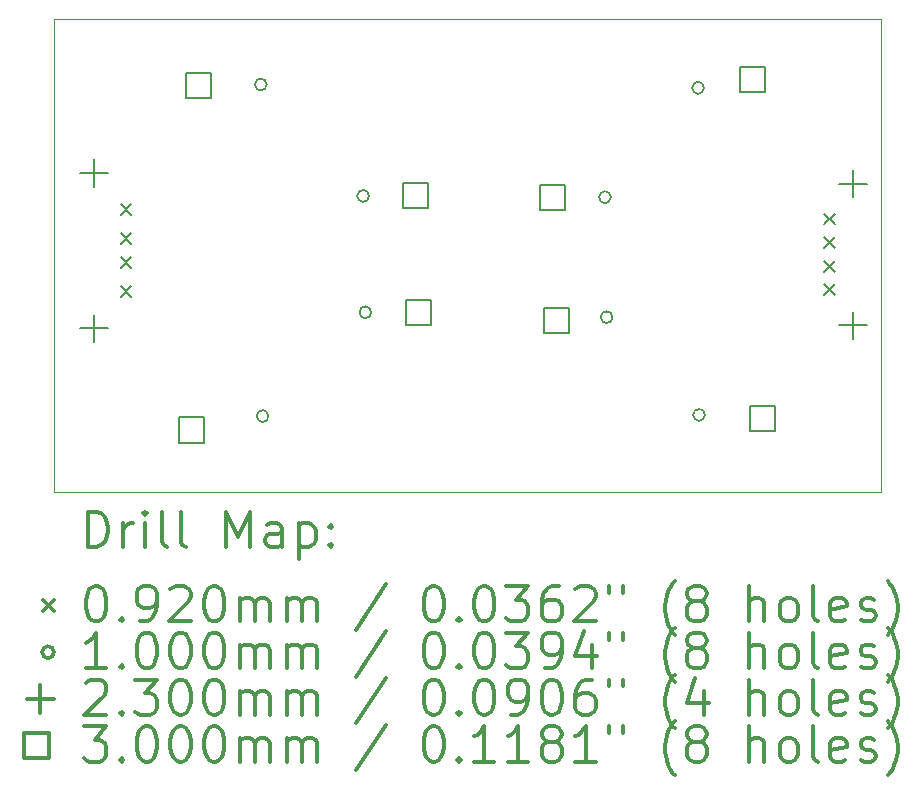
<source format=gbr>
%FSLAX45Y45*%
G04 Gerber Fmt 4.5, Leading zero omitted, Abs format (unit mm)*
G04 Created by KiCad (PCBNEW 5.1.10-88a1d61d58~88~ubuntu20.04.1) date 2021-05-09 22:43:31*
%MOMM*%
%LPD*%
G01*
G04 APERTURE LIST*
%TA.AperFunction,Profile*%
%ADD10C,0.050000*%
%TD*%
%ADD11C,0.200000*%
%ADD12C,0.300000*%
G04 APERTURE END LIST*
D10*
X18000000Y-8000000D02*
X11000000Y-8000000D01*
X18000000Y-12000000D02*
X18000000Y-8000000D01*
X11000000Y-12000000D02*
X18000000Y-12000000D01*
X11000000Y-8000000D02*
X11000000Y-12000000D01*
D11*
X11561000Y-9562000D02*
X11653000Y-9654000D01*
X11653000Y-9562000D02*
X11561000Y-9654000D01*
X11561000Y-9812000D02*
X11653000Y-9904000D01*
X11653000Y-9812000D02*
X11561000Y-9904000D01*
X11561000Y-10012000D02*
X11653000Y-10104000D01*
X11653000Y-10012000D02*
X11561000Y-10104000D01*
X11561000Y-10262000D02*
X11653000Y-10354000D01*
X11653000Y-10262000D02*
X11561000Y-10354000D01*
X17517000Y-9645000D02*
X17609000Y-9737000D01*
X17609000Y-9645000D02*
X17517000Y-9737000D01*
X17517000Y-9845000D02*
X17609000Y-9937000D01*
X17609000Y-9845000D02*
X17517000Y-9937000D01*
X17517000Y-10045000D02*
X17609000Y-10137000D01*
X17609000Y-10045000D02*
X17517000Y-10137000D01*
X17517000Y-10245000D02*
X17609000Y-10337000D01*
X17609000Y-10245000D02*
X17517000Y-10337000D01*
X12799000Y-8552000D02*
G75*
G03*
X12799000Y-8552000I-50000J0D01*
G01*
X12814000Y-11359000D02*
G75*
G03*
X12814000Y-11359000I-50000J0D01*
G01*
X13665000Y-9495000D02*
G75*
G03*
X13665000Y-9495000I-50000J0D01*
G01*
X13684000Y-10481000D02*
G75*
G03*
X13684000Y-10481000I-50000J0D01*
G01*
X15712000Y-9506000D02*
G75*
G03*
X15712000Y-9506000I-50000J0D01*
G01*
X15727000Y-10522000D02*
G75*
G03*
X15727000Y-10522000I-50000J0D01*
G01*
X16501000Y-8580000D02*
G75*
G03*
X16501000Y-8580000I-50000J0D01*
G01*
X16509000Y-11349000D02*
G75*
G03*
X16509000Y-11349000I-50000J0D01*
G01*
X11336000Y-9186000D02*
X11336000Y-9416000D01*
X11221000Y-9301000D02*
X11451000Y-9301000D01*
X11336000Y-10500000D02*
X11336000Y-10730000D01*
X11221000Y-10615000D02*
X11451000Y-10615000D01*
X17763000Y-9276000D02*
X17763000Y-9506000D01*
X17648000Y-9391000D02*
X17878000Y-9391000D01*
X17763000Y-10476000D02*
X17763000Y-10706000D01*
X17648000Y-10591000D02*
X17878000Y-10591000D01*
X12271067Y-11583067D02*
X12271067Y-11370933D01*
X12058933Y-11370933D01*
X12058933Y-11583067D01*
X12271067Y-11583067D01*
X12328067Y-8663067D02*
X12328067Y-8450933D01*
X12115933Y-8450933D01*
X12115933Y-8663067D01*
X12328067Y-8663067D01*
X14168067Y-9601067D02*
X14168067Y-9388933D01*
X13955933Y-9388933D01*
X13955933Y-9601067D01*
X14168067Y-9601067D01*
X14186067Y-10591067D02*
X14186067Y-10378933D01*
X13973933Y-10378933D01*
X13973933Y-10591067D01*
X14186067Y-10591067D01*
X15323067Y-9617067D02*
X15323067Y-9404933D01*
X15110933Y-9404933D01*
X15110933Y-9617067D01*
X15323067Y-9617067D01*
X15355067Y-10654067D02*
X15355067Y-10441933D01*
X15142933Y-10441933D01*
X15142933Y-10654067D01*
X15355067Y-10654067D01*
X17017067Y-8619067D02*
X17017067Y-8406933D01*
X16804933Y-8406933D01*
X16804933Y-8619067D01*
X17017067Y-8619067D01*
X17106067Y-11488067D02*
X17106067Y-11275933D01*
X16893933Y-11275933D01*
X16893933Y-11488067D01*
X17106067Y-11488067D01*
D12*
X11283928Y-12468214D02*
X11283928Y-12168214D01*
X11355357Y-12168214D01*
X11398214Y-12182500D01*
X11426786Y-12211071D01*
X11441071Y-12239643D01*
X11455357Y-12296786D01*
X11455357Y-12339643D01*
X11441071Y-12396786D01*
X11426786Y-12425357D01*
X11398214Y-12453929D01*
X11355357Y-12468214D01*
X11283928Y-12468214D01*
X11583928Y-12468214D02*
X11583928Y-12268214D01*
X11583928Y-12325357D02*
X11598214Y-12296786D01*
X11612500Y-12282500D01*
X11641071Y-12268214D01*
X11669643Y-12268214D01*
X11769643Y-12468214D02*
X11769643Y-12268214D01*
X11769643Y-12168214D02*
X11755357Y-12182500D01*
X11769643Y-12196786D01*
X11783928Y-12182500D01*
X11769643Y-12168214D01*
X11769643Y-12196786D01*
X11955357Y-12468214D02*
X11926786Y-12453929D01*
X11912500Y-12425357D01*
X11912500Y-12168214D01*
X12112500Y-12468214D02*
X12083928Y-12453929D01*
X12069643Y-12425357D01*
X12069643Y-12168214D01*
X12455357Y-12468214D02*
X12455357Y-12168214D01*
X12555357Y-12382500D01*
X12655357Y-12168214D01*
X12655357Y-12468214D01*
X12926786Y-12468214D02*
X12926786Y-12311071D01*
X12912500Y-12282500D01*
X12883928Y-12268214D01*
X12826786Y-12268214D01*
X12798214Y-12282500D01*
X12926786Y-12453929D02*
X12898214Y-12468214D01*
X12826786Y-12468214D01*
X12798214Y-12453929D01*
X12783928Y-12425357D01*
X12783928Y-12396786D01*
X12798214Y-12368214D01*
X12826786Y-12353929D01*
X12898214Y-12353929D01*
X12926786Y-12339643D01*
X13069643Y-12268214D02*
X13069643Y-12568214D01*
X13069643Y-12282500D02*
X13098214Y-12268214D01*
X13155357Y-12268214D01*
X13183928Y-12282500D01*
X13198214Y-12296786D01*
X13212500Y-12325357D01*
X13212500Y-12411071D01*
X13198214Y-12439643D01*
X13183928Y-12453929D01*
X13155357Y-12468214D01*
X13098214Y-12468214D01*
X13069643Y-12453929D01*
X13341071Y-12439643D02*
X13355357Y-12453929D01*
X13341071Y-12468214D01*
X13326786Y-12453929D01*
X13341071Y-12439643D01*
X13341071Y-12468214D01*
X13341071Y-12282500D02*
X13355357Y-12296786D01*
X13341071Y-12311071D01*
X13326786Y-12296786D01*
X13341071Y-12282500D01*
X13341071Y-12311071D01*
X10905500Y-12916500D02*
X10997500Y-13008500D01*
X10997500Y-12916500D02*
X10905500Y-13008500D01*
X11341071Y-12798214D02*
X11369643Y-12798214D01*
X11398214Y-12812500D01*
X11412500Y-12826786D01*
X11426786Y-12855357D01*
X11441071Y-12912500D01*
X11441071Y-12983929D01*
X11426786Y-13041071D01*
X11412500Y-13069643D01*
X11398214Y-13083929D01*
X11369643Y-13098214D01*
X11341071Y-13098214D01*
X11312500Y-13083929D01*
X11298214Y-13069643D01*
X11283928Y-13041071D01*
X11269643Y-12983929D01*
X11269643Y-12912500D01*
X11283928Y-12855357D01*
X11298214Y-12826786D01*
X11312500Y-12812500D01*
X11341071Y-12798214D01*
X11569643Y-13069643D02*
X11583928Y-13083929D01*
X11569643Y-13098214D01*
X11555357Y-13083929D01*
X11569643Y-13069643D01*
X11569643Y-13098214D01*
X11726786Y-13098214D02*
X11783928Y-13098214D01*
X11812500Y-13083929D01*
X11826786Y-13069643D01*
X11855357Y-13026786D01*
X11869643Y-12969643D01*
X11869643Y-12855357D01*
X11855357Y-12826786D01*
X11841071Y-12812500D01*
X11812500Y-12798214D01*
X11755357Y-12798214D01*
X11726786Y-12812500D01*
X11712500Y-12826786D01*
X11698214Y-12855357D01*
X11698214Y-12926786D01*
X11712500Y-12955357D01*
X11726786Y-12969643D01*
X11755357Y-12983929D01*
X11812500Y-12983929D01*
X11841071Y-12969643D01*
X11855357Y-12955357D01*
X11869643Y-12926786D01*
X11983928Y-12826786D02*
X11998214Y-12812500D01*
X12026786Y-12798214D01*
X12098214Y-12798214D01*
X12126786Y-12812500D01*
X12141071Y-12826786D01*
X12155357Y-12855357D01*
X12155357Y-12883929D01*
X12141071Y-12926786D01*
X11969643Y-13098214D01*
X12155357Y-13098214D01*
X12341071Y-12798214D02*
X12369643Y-12798214D01*
X12398214Y-12812500D01*
X12412500Y-12826786D01*
X12426786Y-12855357D01*
X12441071Y-12912500D01*
X12441071Y-12983929D01*
X12426786Y-13041071D01*
X12412500Y-13069643D01*
X12398214Y-13083929D01*
X12369643Y-13098214D01*
X12341071Y-13098214D01*
X12312500Y-13083929D01*
X12298214Y-13069643D01*
X12283928Y-13041071D01*
X12269643Y-12983929D01*
X12269643Y-12912500D01*
X12283928Y-12855357D01*
X12298214Y-12826786D01*
X12312500Y-12812500D01*
X12341071Y-12798214D01*
X12569643Y-13098214D02*
X12569643Y-12898214D01*
X12569643Y-12926786D02*
X12583928Y-12912500D01*
X12612500Y-12898214D01*
X12655357Y-12898214D01*
X12683928Y-12912500D01*
X12698214Y-12941071D01*
X12698214Y-13098214D01*
X12698214Y-12941071D02*
X12712500Y-12912500D01*
X12741071Y-12898214D01*
X12783928Y-12898214D01*
X12812500Y-12912500D01*
X12826786Y-12941071D01*
X12826786Y-13098214D01*
X12969643Y-13098214D02*
X12969643Y-12898214D01*
X12969643Y-12926786D02*
X12983928Y-12912500D01*
X13012500Y-12898214D01*
X13055357Y-12898214D01*
X13083928Y-12912500D01*
X13098214Y-12941071D01*
X13098214Y-13098214D01*
X13098214Y-12941071D02*
X13112500Y-12912500D01*
X13141071Y-12898214D01*
X13183928Y-12898214D01*
X13212500Y-12912500D01*
X13226786Y-12941071D01*
X13226786Y-13098214D01*
X13812500Y-12783929D02*
X13555357Y-13169643D01*
X14198214Y-12798214D02*
X14226786Y-12798214D01*
X14255357Y-12812500D01*
X14269643Y-12826786D01*
X14283928Y-12855357D01*
X14298214Y-12912500D01*
X14298214Y-12983929D01*
X14283928Y-13041071D01*
X14269643Y-13069643D01*
X14255357Y-13083929D01*
X14226786Y-13098214D01*
X14198214Y-13098214D01*
X14169643Y-13083929D01*
X14155357Y-13069643D01*
X14141071Y-13041071D01*
X14126786Y-12983929D01*
X14126786Y-12912500D01*
X14141071Y-12855357D01*
X14155357Y-12826786D01*
X14169643Y-12812500D01*
X14198214Y-12798214D01*
X14426786Y-13069643D02*
X14441071Y-13083929D01*
X14426786Y-13098214D01*
X14412500Y-13083929D01*
X14426786Y-13069643D01*
X14426786Y-13098214D01*
X14626786Y-12798214D02*
X14655357Y-12798214D01*
X14683928Y-12812500D01*
X14698214Y-12826786D01*
X14712500Y-12855357D01*
X14726786Y-12912500D01*
X14726786Y-12983929D01*
X14712500Y-13041071D01*
X14698214Y-13069643D01*
X14683928Y-13083929D01*
X14655357Y-13098214D01*
X14626786Y-13098214D01*
X14598214Y-13083929D01*
X14583928Y-13069643D01*
X14569643Y-13041071D01*
X14555357Y-12983929D01*
X14555357Y-12912500D01*
X14569643Y-12855357D01*
X14583928Y-12826786D01*
X14598214Y-12812500D01*
X14626786Y-12798214D01*
X14826786Y-12798214D02*
X15012500Y-12798214D01*
X14912500Y-12912500D01*
X14955357Y-12912500D01*
X14983928Y-12926786D01*
X14998214Y-12941071D01*
X15012500Y-12969643D01*
X15012500Y-13041071D01*
X14998214Y-13069643D01*
X14983928Y-13083929D01*
X14955357Y-13098214D01*
X14869643Y-13098214D01*
X14841071Y-13083929D01*
X14826786Y-13069643D01*
X15269643Y-12798214D02*
X15212500Y-12798214D01*
X15183928Y-12812500D01*
X15169643Y-12826786D01*
X15141071Y-12869643D01*
X15126786Y-12926786D01*
X15126786Y-13041071D01*
X15141071Y-13069643D01*
X15155357Y-13083929D01*
X15183928Y-13098214D01*
X15241071Y-13098214D01*
X15269643Y-13083929D01*
X15283928Y-13069643D01*
X15298214Y-13041071D01*
X15298214Y-12969643D01*
X15283928Y-12941071D01*
X15269643Y-12926786D01*
X15241071Y-12912500D01*
X15183928Y-12912500D01*
X15155357Y-12926786D01*
X15141071Y-12941071D01*
X15126786Y-12969643D01*
X15412500Y-12826786D02*
X15426786Y-12812500D01*
X15455357Y-12798214D01*
X15526786Y-12798214D01*
X15555357Y-12812500D01*
X15569643Y-12826786D01*
X15583928Y-12855357D01*
X15583928Y-12883929D01*
X15569643Y-12926786D01*
X15398214Y-13098214D01*
X15583928Y-13098214D01*
X15698214Y-12798214D02*
X15698214Y-12855357D01*
X15812500Y-12798214D02*
X15812500Y-12855357D01*
X16255357Y-13212500D02*
X16241071Y-13198214D01*
X16212500Y-13155357D01*
X16198214Y-13126786D01*
X16183928Y-13083929D01*
X16169643Y-13012500D01*
X16169643Y-12955357D01*
X16183928Y-12883929D01*
X16198214Y-12841071D01*
X16212500Y-12812500D01*
X16241071Y-12769643D01*
X16255357Y-12755357D01*
X16412500Y-12926786D02*
X16383928Y-12912500D01*
X16369643Y-12898214D01*
X16355357Y-12869643D01*
X16355357Y-12855357D01*
X16369643Y-12826786D01*
X16383928Y-12812500D01*
X16412500Y-12798214D01*
X16469643Y-12798214D01*
X16498214Y-12812500D01*
X16512500Y-12826786D01*
X16526786Y-12855357D01*
X16526786Y-12869643D01*
X16512500Y-12898214D01*
X16498214Y-12912500D01*
X16469643Y-12926786D01*
X16412500Y-12926786D01*
X16383928Y-12941071D01*
X16369643Y-12955357D01*
X16355357Y-12983929D01*
X16355357Y-13041071D01*
X16369643Y-13069643D01*
X16383928Y-13083929D01*
X16412500Y-13098214D01*
X16469643Y-13098214D01*
X16498214Y-13083929D01*
X16512500Y-13069643D01*
X16526786Y-13041071D01*
X16526786Y-12983929D01*
X16512500Y-12955357D01*
X16498214Y-12941071D01*
X16469643Y-12926786D01*
X16883928Y-13098214D02*
X16883928Y-12798214D01*
X17012500Y-13098214D02*
X17012500Y-12941071D01*
X16998214Y-12912500D01*
X16969643Y-12898214D01*
X16926786Y-12898214D01*
X16898214Y-12912500D01*
X16883928Y-12926786D01*
X17198214Y-13098214D02*
X17169643Y-13083929D01*
X17155357Y-13069643D01*
X17141071Y-13041071D01*
X17141071Y-12955357D01*
X17155357Y-12926786D01*
X17169643Y-12912500D01*
X17198214Y-12898214D01*
X17241071Y-12898214D01*
X17269643Y-12912500D01*
X17283928Y-12926786D01*
X17298214Y-12955357D01*
X17298214Y-13041071D01*
X17283928Y-13069643D01*
X17269643Y-13083929D01*
X17241071Y-13098214D01*
X17198214Y-13098214D01*
X17469643Y-13098214D02*
X17441071Y-13083929D01*
X17426786Y-13055357D01*
X17426786Y-12798214D01*
X17698214Y-13083929D02*
X17669643Y-13098214D01*
X17612500Y-13098214D01*
X17583928Y-13083929D01*
X17569643Y-13055357D01*
X17569643Y-12941071D01*
X17583928Y-12912500D01*
X17612500Y-12898214D01*
X17669643Y-12898214D01*
X17698214Y-12912500D01*
X17712500Y-12941071D01*
X17712500Y-12969643D01*
X17569643Y-12998214D01*
X17826786Y-13083929D02*
X17855357Y-13098214D01*
X17912500Y-13098214D01*
X17941071Y-13083929D01*
X17955357Y-13055357D01*
X17955357Y-13041071D01*
X17941071Y-13012500D01*
X17912500Y-12998214D01*
X17869643Y-12998214D01*
X17841071Y-12983929D01*
X17826786Y-12955357D01*
X17826786Y-12941071D01*
X17841071Y-12912500D01*
X17869643Y-12898214D01*
X17912500Y-12898214D01*
X17941071Y-12912500D01*
X18055357Y-13212500D02*
X18069643Y-13198214D01*
X18098214Y-13155357D01*
X18112500Y-13126786D01*
X18126786Y-13083929D01*
X18141071Y-13012500D01*
X18141071Y-12955357D01*
X18126786Y-12883929D01*
X18112500Y-12841071D01*
X18098214Y-12812500D01*
X18069643Y-12769643D01*
X18055357Y-12755357D01*
X10997500Y-13358500D02*
G75*
G03*
X10997500Y-13358500I-50000J0D01*
G01*
X11441071Y-13494214D02*
X11269643Y-13494214D01*
X11355357Y-13494214D02*
X11355357Y-13194214D01*
X11326786Y-13237071D01*
X11298214Y-13265643D01*
X11269643Y-13279929D01*
X11569643Y-13465643D02*
X11583928Y-13479929D01*
X11569643Y-13494214D01*
X11555357Y-13479929D01*
X11569643Y-13465643D01*
X11569643Y-13494214D01*
X11769643Y-13194214D02*
X11798214Y-13194214D01*
X11826786Y-13208500D01*
X11841071Y-13222786D01*
X11855357Y-13251357D01*
X11869643Y-13308500D01*
X11869643Y-13379929D01*
X11855357Y-13437071D01*
X11841071Y-13465643D01*
X11826786Y-13479929D01*
X11798214Y-13494214D01*
X11769643Y-13494214D01*
X11741071Y-13479929D01*
X11726786Y-13465643D01*
X11712500Y-13437071D01*
X11698214Y-13379929D01*
X11698214Y-13308500D01*
X11712500Y-13251357D01*
X11726786Y-13222786D01*
X11741071Y-13208500D01*
X11769643Y-13194214D01*
X12055357Y-13194214D02*
X12083928Y-13194214D01*
X12112500Y-13208500D01*
X12126786Y-13222786D01*
X12141071Y-13251357D01*
X12155357Y-13308500D01*
X12155357Y-13379929D01*
X12141071Y-13437071D01*
X12126786Y-13465643D01*
X12112500Y-13479929D01*
X12083928Y-13494214D01*
X12055357Y-13494214D01*
X12026786Y-13479929D01*
X12012500Y-13465643D01*
X11998214Y-13437071D01*
X11983928Y-13379929D01*
X11983928Y-13308500D01*
X11998214Y-13251357D01*
X12012500Y-13222786D01*
X12026786Y-13208500D01*
X12055357Y-13194214D01*
X12341071Y-13194214D02*
X12369643Y-13194214D01*
X12398214Y-13208500D01*
X12412500Y-13222786D01*
X12426786Y-13251357D01*
X12441071Y-13308500D01*
X12441071Y-13379929D01*
X12426786Y-13437071D01*
X12412500Y-13465643D01*
X12398214Y-13479929D01*
X12369643Y-13494214D01*
X12341071Y-13494214D01*
X12312500Y-13479929D01*
X12298214Y-13465643D01*
X12283928Y-13437071D01*
X12269643Y-13379929D01*
X12269643Y-13308500D01*
X12283928Y-13251357D01*
X12298214Y-13222786D01*
X12312500Y-13208500D01*
X12341071Y-13194214D01*
X12569643Y-13494214D02*
X12569643Y-13294214D01*
X12569643Y-13322786D02*
X12583928Y-13308500D01*
X12612500Y-13294214D01*
X12655357Y-13294214D01*
X12683928Y-13308500D01*
X12698214Y-13337071D01*
X12698214Y-13494214D01*
X12698214Y-13337071D02*
X12712500Y-13308500D01*
X12741071Y-13294214D01*
X12783928Y-13294214D01*
X12812500Y-13308500D01*
X12826786Y-13337071D01*
X12826786Y-13494214D01*
X12969643Y-13494214D02*
X12969643Y-13294214D01*
X12969643Y-13322786D02*
X12983928Y-13308500D01*
X13012500Y-13294214D01*
X13055357Y-13294214D01*
X13083928Y-13308500D01*
X13098214Y-13337071D01*
X13098214Y-13494214D01*
X13098214Y-13337071D02*
X13112500Y-13308500D01*
X13141071Y-13294214D01*
X13183928Y-13294214D01*
X13212500Y-13308500D01*
X13226786Y-13337071D01*
X13226786Y-13494214D01*
X13812500Y-13179929D02*
X13555357Y-13565643D01*
X14198214Y-13194214D02*
X14226786Y-13194214D01*
X14255357Y-13208500D01*
X14269643Y-13222786D01*
X14283928Y-13251357D01*
X14298214Y-13308500D01*
X14298214Y-13379929D01*
X14283928Y-13437071D01*
X14269643Y-13465643D01*
X14255357Y-13479929D01*
X14226786Y-13494214D01*
X14198214Y-13494214D01*
X14169643Y-13479929D01*
X14155357Y-13465643D01*
X14141071Y-13437071D01*
X14126786Y-13379929D01*
X14126786Y-13308500D01*
X14141071Y-13251357D01*
X14155357Y-13222786D01*
X14169643Y-13208500D01*
X14198214Y-13194214D01*
X14426786Y-13465643D02*
X14441071Y-13479929D01*
X14426786Y-13494214D01*
X14412500Y-13479929D01*
X14426786Y-13465643D01*
X14426786Y-13494214D01*
X14626786Y-13194214D02*
X14655357Y-13194214D01*
X14683928Y-13208500D01*
X14698214Y-13222786D01*
X14712500Y-13251357D01*
X14726786Y-13308500D01*
X14726786Y-13379929D01*
X14712500Y-13437071D01*
X14698214Y-13465643D01*
X14683928Y-13479929D01*
X14655357Y-13494214D01*
X14626786Y-13494214D01*
X14598214Y-13479929D01*
X14583928Y-13465643D01*
X14569643Y-13437071D01*
X14555357Y-13379929D01*
X14555357Y-13308500D01*
X14569643Y-13251357D01*
X14583928Y-13222786D01*
X14598214Y-13208500D01*
X14626786Y-13194214D01*
X14826786Y-13194214D02*
X15012500Y-13194214D01*
X14912500Y-13308500D01*
X14955357Y-13308500D01*
X14983928Y-13322786D01*
X14998214Y-13337071D01*
X15012500Y-13365643D01*
X15012500Y-13437071D01*
X14998214Y-13465643D01*
X14983928Y-13479929D01*
X14955357Y-13494214D01*
X14869643Y-13494214D01*
X14841071Y-13479929D01*
X14826786Y-13465643D01*
X15155357Y-13494214D02*
X15212500Y-13494214D01*
X15241071Y-13479929D01*
X15255357Y-13465643D01*
X15283928Y-13422786D01*
X15298214Y-13365643D01*
X15298214Y-13251357D01*
X15283928Y-13222786D01*
X15269643Y-13208500D01*
X15241071Y-13194214D01*
X15183928Y-13194214D01*
X15155357Y-13208500D01*
X15141071Y-13222786D01*
X15126786Y-13251357D01*
X15126786Y-13322786D01*
X15141071Y-13351357D01*
X15155357Y-13365643D01*
X15183928Y-13379929D01*
X15241071Y-13379929D01*
X15269643Y-13365643D01*
X15283928Y-13351357D01*
X15298214Y-13322786D01*
X15555357Y-13294214D02*
X15555357Y-13494214D01*
X15483928Y-13179929D02*
X15412500Y-13394214D01*
X15598214Y-13394214D01*
X15698214Y-13194214D02*
X15698214Y-13251357D01*
X15812500Y-13194214D02*
X15812500Y-13251357D01*
X16255357Y-13608500D02*
X16241071Y-13594214D01*
X16212500Y-13551357D01*
X16198214Y-13522786D01*
X16183928Y-13479929D01*
X16169643Y-13408500D01*
X16169643Y-13351357D01*
X16183928Y-13279929D01*
X16198214Y-13237071D01*
X16212500Y-13208500D01*
X16241071Y-13165643D01*
X16255357Y-13151357D01*
X16412500Y-13322786D02*
X16383928Y-13308500D01*
X16369643Y-13294214D01*
X16355357Y-13265643D01*
X16355357Y-13251357D01*
X16369643Y-13222786D01*
X16383928Y-13208500D01*
X16412500Y-13194214D01*
X16469643Y-13194214D01*
X16498214Y-13208500D01*
X16512500Y-13222786D01*
X16526786Y-13251357D01*
X16526786Y-13265643D01*
X16512500Y-13294214D01*
X16498214Y-13308500D01*
X16469643Y-13322786D01*
X16412500Y-13322786D01*
X16383928Y-13337071D01*
X16369643Y-13351357D01*
X16355357Y-13379929D01*
X16355357Y-13437071D01*
X16369643Y-13465643D01*
X16383928Y-13479929D01*
X16412500Y-13494214D01*
X16469643Y-13494214D01*
X16498214Y-13479929D01*
X16512500Y-13465643D01*
X16526786Y-13437071D01*
X16526786Y-13379929D01*
X16512500Y-13351357D01*
X16498214Y-13337071D01*
X16469643Y-13322786D01*
X16883928Y-13494214D02*
X16883928Y-13194214D01*
X17012500Y-13494214D02*
X17012500Y-13337071D01*
X16998214Y-13308500D01*
X16969643Y-13294214D01*
X16926786Y-13294214D01*
X16898214Y-13308500D01*
X16883928Y-13322786D01*
X17198214Y-13494214D02*
X17169643Y-13479929D01*
X17155357Y-13465643D01*
X17141071Y-13437071D01*
X17141071Y-13351357D01*
X17155357Y-13322786D01*
X17169643Y-13308500D01*
X17198214Y-13294214D01*
X17241071Y-13294214D01*
X17269643Y-13308500D01*
X17283928Y-13322786D01*
X17298214Y-13351357D01*
X17298214Y-13437071D01*
X17283928Y-13465643D01*
X17269643Y-13479929D01*
X17241071Y-13494214D01*
X17198214Y-13494214D01*
X17469643Y-13494214D02*
X17441071Y-13479929D01*
X17426786Y-13451357D01*
X17426786Y-13194214D01*
X17698214Y-13479929D02*
X17669643Y-13494214D01*
X17612500Y-13494214D01*
X17583928Y-13479929D01*
X17569643Y-13451357D01*
X17569643Y-13337071D01*
X17583928Y-13308500D01*
X17612500Y-13294214D01*
X17669643Y-13294214D01*
X17698214Y-13308500D01*
X17712500Y-13337071D01*
X17712500Y-13365643D01*
X17569643Y-13394214D01*
X17826786Y-13479929D02*
X17855357Y-13494214D01*
X17912500Y-13494214D01*
X17941071Y-13479929D01*
X17955357Y-13451357D01*
X17955357Y-13437071D01*
X17941071Y-13408500D01*
X17912500Y-13394214D01*
X17869643Y-13394214D01*
X17841071Y-13379929D01*
X17826786Y-13351357D01*
X17826786Y-13337071D01*
X17841071Y-13308500D01*
X17869643Y-13294214D01*
X17912500Y-13294214D01*
X17941071Y-13308500D01*
X18055357Y-13608500D02*
X18069643Y-13594214D01*
X18098214Y-13551357D01*
X18112500Y-13522786D01*
X18126786Y-13479929D01*
X18141071Y-13408500D01*
X18141071Y-13351357D01*
X18126786Y-13279929D01*
X18112500Y-13237071D01*
X18098214Y-13208500D01*
X18069643Y-13165643D01*
X18055357Y-13151357D01*
X10882500Y-13639500D02*
X10882500Y-13869500D01*
X10767500Y-13754500D02*
X10997500Y-13754500D01*
X11269643Y-13618786D02*
X11283928Y-13604500D01*
X11312500Y-13590214D01*
X11383928Y-13590214D01*
X11412500Y-13604500D01*
X11426786Y-13618786D01*
X11441071Y-13647357D01*
X11441071Y-13675929D01*
X11426786Y-13718786D01*
X11255357Y-13890214D01*
X11441071Y-13890214D01*
X11569643Y-13861643D02*
X11583928Y-13875929D01*
X11569643Y-13890214D01*
X11555357Y-13875929D01*
X11569643Y-13861643D01*
X11569643Y-13890214D01*
X11683928Y-13590214D02*
X11869643Y-13590214D01*
X11769643Y-13704500D01*
X11812500Y-13704500D01*
X11841071Y-13718786D01*
X11855357Y-13733071D01*
X11869643Y-13761643D01*
X11869643Y-13833071D01*
X11855357Y-13861643D01*
X11841071Y-13875929D01*
X11812500Y-13890214D01*
X11726786Y-13890214D01*
X11698214Y-13875929D01*
X11683928Y-13861643D01*
X12055357Y-13590214D02*
X12083928Y-13590214D01*
X12112500Y-13604500D01*
X12126786Y-13618786D01*
X12141071Y-13647357D01*
X12155357Y-13704500D01*
X12155357Y-13775929D01*
X12141071Y-13833071D01*
X12126786Y-13861643D01*
X12112500Y-13875929D01*
X12083928Y-13890214D01*
X12055357Y-13890214D01*
X12026786Y-13875929D01*
X12012500Y-13861643D01*
X11998214Y-13833071D01*
X11983928Y-13775929D01*
X11983928Y-13704500D01*
X11998214Y-13647357D01*
X12012500Y-13618786D01*
X12026786Y-13604500D01*
X12055357Y-13590214D01*
X12341071Y-13590214D02*
X12369643Y-13590214D01*
X12398214Y-13604500D01*
X12412500Y-13618786D01*
X12426786Y-13647357D01*
X12441071Y-13704500D01*
X12441071Y-13775929D01*
X12426786Y-13833071D01*
X12412500Y-13861643D01*
X12398214Y-13875929D01*
X12369643Y-13890214D01*
X12341071Y-13890214D01*
X12312500Y-13875929D01*
X12298214Y-13861643D01*
X12283928Y-13833071D01*
X12269643Y-13775929D01*
X12269643Y-13704500D01*
X12283928Y-13647357D01*
X12298214Y-13618786D01*
X12312500Y-13604500D01*
X12341071Y-13590214D01*
X12569643Y-13890214D02*
X12569643Y-13690214D01*
X12569643Y-13718786D02*
X12583928Y-13704500D01*
X12612500Y-13690214D01*
X12655357Y-13690214D01*
X12683928Y-13704500D01*
X12698214Y-13733071D01*
X12698214Y-13890214D01*
X12698214Y-13733071D02*
X12712500Y-13704500D01*
X12741071Y-13690214D01*
X12783928Y-13690214D01*
X12812500Y-13704500D01*
X12826786Y-13733071D01*
X12826786Y-13890214D01*
X12969643Y-13890214D02*
X12969643Y-13690214D01*
X12969643Y-13718786D02*
X12983928Y-13704500D01*
X13012500Y-13690214D01*
X13055357Y-13690214D01*
X13083928Y-13704500D01*
X13098214Y-13733071D01*
X13098214Y-13890214D01*
X13098214Y-13733071D02*
X13112500Y-13704500D01*
X13141071Y-13690214D01*
X13183928Y-13690214D01*
X13212500Y-13704500D01*
X13226786Y-13733071D01*
X13226786Y-13890214D01*
X13812500Y-13575929D02*
X13555357Y-13961643D01*
X14198214Y-13590214D02*
X14226786Y-13590214D01*
X14255357Y-13604500D01*
X14269643Y-13618786D01*
X14283928Y-13647357D01*
X14298214Y-13704500D01*
X14298214Y-13775929D01*
X14283928Y-13833071D01*
X14269643Y-13861643D01*
X14255357Y-13875929D01*
X14226786Y-13890214D01*
X14198214Y-13890214D01*
X14169643Y-13875929D01*
X14155357Y-13861643D01*
X14141071Y-13833071D01*
X14126786Y-13775929D01*
X14126786Y-13704500D01*
X14141071Y-13647357D01*
X14155357Y-13618786D01*
X14169643Y-13604500D01*
X14198214Y-13590214D01*
X14426786Y-13861643D02*
X14441071Y-13875929D01*
X14426786Y-13890214D01*
X14412500Y-13875929D01*
X14426786Y-13861643D01*
X14426786Y-13890214D01*
X14626786Y-13590214D02*
X14655357Y-13590214D01*
X14683928Y-13604500D01*
X14698214Y-13618786D01*
X14712500Y-13647357D01*
X14726786Y-13704500D01*
X14726786Y-13775929D01*
X14712500Y-13833071D01*
X14698214Y-13861643D01*
X14683928Y-13875929D01*
X14655357Y-13890214D01*
X14626786Y-13890214D01*
X14598214Y-13875929D01*
X14583928Y-13861643D01*
X14569643Y-13833071D01*
X14555357Y-13775929D01*
X14555357Y-13704500D01*
X14569643Y-13647357D01*
X14583928Y-13618786D01*
X14598214Y-13604500D01*
X14626786Y-13590214D01*
X14869643Y-13890214D02*
X14926786Y-13890214D01*
X14955357Y-13875929D01*
X14969643Y-13861643D01*
X14998214Y-13818786D01*
X15012500Y-13761643D01*
X15012500Y-13647357D01*
X14998214Y-13618786D01*
X14983928Y-13604500D01*
X14955357Y-13590214D01*
X14898214Y-13590214D01*
X14869643Y-13604500D01*
X14855357Y-13618786D01*
X14841071Y-13647357D01*
X14841071Y-13718786D01*
X14855357Y-13747357D01*
X14869643Y-13761643D01*
X14898214Y-13775929D01*
X14955357Y-13775929D01*
X14983928Y-13761643D01*
X14998214Y-13747357D01*
X15012500Y-13718786D01*
X15198214Y-13590214D02*
X15226786Y-13590214D01*
X15255357Y-13604500D01*
X15269643Y-13618786D01*
X15283928Y-13647357D01*
X15298214Y-13704500D01*
X15298214Y-13775929D01*
X15283928Y-13833071D01*
X15269643Y-13861643D01*
X15255357Y-13875929D01*
X15226786Y-13890214D01*
X15198214Y-13890214D01*
X15169643Y-13875929D01*
X15155357Y-13861643D01*
X15141071Y-13833071D01*
X15126786Y-13775929D01*
X15126786Y-13704500D01*
X15141071Y-13647357D01*
X15155357Y-13618786D01*
X15169643Y-13604500D01*
X15198214Y-13590214D01*
X15555357Y-13590214D02*
X15498214Y-13590214D01*
X15469643Y-13604500D01*
X15455357Y-13618786D01*
X15426786Y-13661643D01*
X15412500Y-13718786D01*
X15412500Y-13833071D01*
X15426786Y-13861643D01*
X15441071Y-13875929D01*
X15469643Y-13890214D01*
X15526786Y-13890214D01*
X15555357Y-13875929D01*
X15569643Y-13861643D01*
X15583928Y-13833071D01*
X15583928Y-13761643D01*
X15569643Y-13733071D01*
X15555357Y-13718786D01*
X15526786Y-13704500D01*
X15469643Y-13704500D01*
X15441071Y-13718786D01*
X15426786Y-13733071D01*
X15412500Y-13761643D01*
X15698214Y-13590214D02*
X15698214Y-13647357D01*
X15812500Y-13590214D02*
X15812500Y-13647357D01*
X16255357Y-14004500D02*
X16241071Y-13990214D01*
X16212500Y-13947357D01*
X16198214Y-13918786D01*
X16183928Y-13875929D01*
X16169643Y-13804500D01*
X16169643Y-13747357D01*
X16183928Y-13675929D01*
X16198214Y-13633071D01*
X16212500Y-13604500D01*
X16241071Y-13561643D01*
X16255357Y-13547357D01*
X16498214Y-13690214D02*
X16498214Y-13890214D01*
X16426786Y-13575929D02*
X16355357Y-13790214D01*
X16541071Y-13790214D01*
X16883928Y-13890214D02*
X16883928Y-13590214D01*
X17012500Y-13890214D02*
X17012500Y-13733071D01*
X16998214Y-13704500D01*
X16969643Y-13690214D01*
X16926786Y-13690214D01*
X16898214Y-13704500D01*
X16883928Y-13718786D01*
X17198214Y-13890214D02*
X17169643Y-13875929D01*
X17155357Y-13861643D01*
X17141071Y-13833071D01*
X17141071Y-13747357D01*
X17155357Y-13718786D01*
X17169643Y-13704500D01*
X17198214Y-13690214D01*
X17241071Y-13690214D01*
X17269643Y-13704500D01*
X17283928Y-13718786D01*
X17298214Y-13747357D01*
X17298214Y-13833071D01*
X17283928Y-13861643D01*
X17269643Y-13875929D01*
X17241071Y-13890214D01*
X17198214Y-13890214D01*
X17469643Y-13890214D02*
X17441071Y-13875929D01*
X17426786Y-13847357D01*
X17426786Y-13590214D01*
X17698214Y-13875929D02*
X17669643Y-13890214D01*
X17612500Y-13890214D01*
X17583928Y-13875929D01*
X17569643Y-13847357D01*
X17569643Y-13733071D01*
X17583928Y-13704500D01*
X17612500Y-13690214D01*
X17669643Y-13690214D01*
X17698214Y-13704500D01*
X17712500Y-13733071D01*
X17712500Y-13761643D01*
X17569643Y-13790214D01*
X17826786Y-13875929D02*
X17855357Y-13890214D01*
X17912500Y-13890214D01*
X17941071Y-13875929D01*
X17955357Y-13847357D01*
X17955357Y-13833071D01*
X17941071Y-13804500D01*
X17912500Y-13790214D01*
X17869643Y-13790214D01*
X17841071Y-13775929D01*
X17826786Y-13747357D01*
X17826786Y-13733071D01*
X17841071Y-13704500D01*
X17869643Y-13690214D01*
X17912500Y-13690214D01*
X17941071Y-13704500D01*
X18055357Y-14004500D02*
X18069643Y-13990214D01*
X18098214Y-13947357D01*
X18112500Y-13918786D01*
X18126786Y-13875929D01*
X18141071Y-13804500D01*
X18141071Y-13747357D01*
X18126786Y-13675929D01*
X18112500Y-13633071D01*
X18098214Y-13604500D01*
X18069643Y-13561643D01*
X18055357Y-13547357D01*
X10953567Y-14256567D02*
X10953567Y-14044433D01*
X10741433Y-14044433D01*
X10741433Y-14256567D01*
X10953567Y-14256567D01*
X11255357Y-13986214D02*
X11441071Y-13986214D01*
X11341071Y-14100500D01*
X11383928Y-14100500D01*
X11412500Y-14114786D01*
X11426786Y-14129071D01*
X11441071Y-14157643D01*
X11441071Y-14229071D01*
X11426786Y-14257643D01*
X11412500Y-14271929D01*
X11383928Y-14286214D01*
X11298214Y-14286214D01*
X11269643Y-14271929D01*
X11255357Y-14257643D01*
X11569643Y-14257643D02*
X11583928Y-14271929D01*
X11569643Y-14286214D01*
X11555357Y-14271929D01*
X11569643Y-14257643D01*
X11569643Y-14286214D01*
X11769643Y-13986214D02*
X11798214Y-13986214D01*
X11826786Y-14000500D01*
X11841071Y-14014786D01*
X11855357Y-14043357D01*
X11869643Y-14100500D01*
X11869643Y-14171929D01*
X11855357Y-14229071D01*
X11841071Y-14257643D01*
X11826786Y-14271929D01*
X11798214Y-14286214D01*
X11769643Y-14286214D01*
X11741071Y-14271929D01*
X11726786Y-14257643D01*
X11712500Y-14229071D01*
X11698214Y-14171929D01*
X11698214Y-14100500D01*
X11712500Y-14043357D01*
X11726786Y-14014786D01*
X11741071Y-14000500D01*
X11769643Y-13986214D01*
X12055357Y-13986214D02*
X12083928Y-13986214D01*
X12112500Y-14000500D01*
X12126786Y-14014786D01*
X12141071Y-14043357D01*
X12155357Y-14100500D01*
X12155357Y-14171929D01*
X12141071Y-14229071D01*
X12126786Y-14257643D01*
X12112500Y-14271929D01*
X12083928Y-14286214D01*
X12055357Y-14286214D01*
X12026786Y-14271929D01*
X12012500Y-14257643D01*
X11998214Y-14229071D01*
X11983928Y-14171929D01*
X11983928Y-14100500D01*
X11998214Y-14043357D01*
X12012500Y-14014786D01*
X12026786Y-14000500D01*
X12055357Y-13986214D01*
X12341071Y-13986214D02*
X12369643Y-13986214D01*
X12398214Y-14000500D01*
X12412500Y-14014786D01*
X12426786Y-14043357D01*
X12441071Y-14100500D01*
X12441071Y-14171929D01*
X12426786Y-14229071D01*
X12412500Y-14257643D01*
X12398214Y-14271929D01*
X12369643Y-14286214D01*
X12341071Y-14286214D01*
X12312500Y-14271929D01*
X12298214Y-14257643D01*
X12283928Y-14229071D01*
X12269643Y-14171929D01*
X12269643Y-14100500D01*
X12283928Y-14043357D01*
X12298214Y-14014786D01*
X12312500Y-14000500D01*
X12341071Y-13986214D01*
X12569643Y-14286214D02*
X12569643Y-14086214D01*
X12569643Y-14114786D02*
X12583928Y-14100500D01*
X12612500Y-14086214D01*
X12655357Y-14086214D01*
X12683928Y-14100500D01*
X12698214Y-14129071D01*
X12698214Y-14286214D01*
X12698214Y-14129071D02*
X12712500Y-14100500D01*
X12741071Y-14086214D01*
X12783928Y-14086214D01*
X12812500Y-14100500D01*
X12826786Y-14129071D01*
X12826786Y-14286214D01*
X12969643Y-14286214D02*
X12969643Y-14086214D01*
X12969643Y-14114786D02*
X12983928Y-14100500D01*
X13012500Y-14086214D01*
X13055357Y-14086214D01*
X13083928Y-14100500D01*
X13098214Y-14129071D01*
X13098214Y-14286214D01*
X13098214Y-14129071D02*
X13112500Y-14100500D01*
X13141071Y-14086214D01*
X13183928Y-14086214D01*
X13212500Y-14100500D01*
X13226786Y-14129071D01*
X13226786Y-14286214D01*
X13812500Y-13971929D02*
X13555357Y-14357643D01*
X14198214Y-13986214D02*
X14226786Y-13986214D01*
X14255357Y-14000500D01*
X14269643Y-14014786D01*
X14283928Y-14043357D01*
X14298214Y-14100500D01*
X14298214Y-14171929D01*
X14283928Y-14229071D01*
X14269643Y-14257643D01*
X14255357Y-14271929D01*
X14226786Y-14286214D01*
X14198214Y-14286214D01*
X14169643Y-14271929D01*
X14155357Y-14257643D01*
X14141071Y-14229071D01*
X14126786Y-14171929D01*
X14126786Y-14100500D01*
X14141071Y-14043357D01*
X14155357Y-14014786D01*
X14169643Y-14000500D01*
X14198214Y-13986214D01*
X14426786Y-14257643D02*
X14441071Y-14271929D01*
X14426786Y-14286214D01*
X14412500Y-14271929D01*
X14426786Y-14257643D01*
X14426786Y-14286214D01*
X14726786Y-14286214D02*
X14555357Y-14286214D01*
X14641071Y-14286214D02*
X14641071Y-13986214D01*
X14612500Y-14029071D01*
X14583928Y-14057643D01*
X14555357Y-14071929D01*
X15012500Y-14286214D02*
X14841071Y-14286214D01*
X14926786Y-14286214D02*
X14926786Y-13986214D01*
X14898214Y-14029071D01*
X14869643Y-14057643D01*
X14841071Y-14071929D01*
X15183928Y-14114786D02*
X15155357Y-14100500D01*
X15141071Y-14086214D01*
X15126786Y-14057643D01*
X15126786Y-14043357D01*
X15141071Y-14014786D01*
X15155357Y-14000500D01*
X15183928Y-13986214D01*
X15241071Y-13986214D01*
X15269643Y-14000500D01*
X15283928Y-14014786D01*
X15298214Y-14043357D01*
X15298214Y-14057643D01*
X15283928Y-14086214D01*
X15269643Y-14100500D01*
X15241071Y-14114786D01*
X15183928Y-14114786D01*
X15155357Y-14129071D01*
X15141071Y-14143357D01*
X15126786Y-14171929D01*
X15126786Y-14229071D01*
X15141071Y-14257643D01*
X15155357Y-14271929D01*
X15183928Y-14286214D01*
X15241071Y-14286214D01*
X15269643Y-14271929D01*
X15283928Y-14257643D01*
X15298214Y-14229071D01*
X15298214Y-14171929D01*
X15283928Y-14143357D01*
X15269643Y-14129071D01*
X15241071Y-14114786D01*
X15583928Y-14286214D02*
X15412500Y-14286214D01*
X15498214Y-14286214D02*
X15498214Y-13986214D01*
X15469643Y-14029071D01*
X15441071Y-14057643D01*
X15412500Y-14071929D01*
X15698214Y-13986214D02*
X15698214Y-14043357D01*
X15812500Y-13986214D02*
X15812500Y-14043357D01*
X16255357Y-14400500D02*
X16241071Y-14386214D01*
X16212500Y-14343357D01*
X16198214Y-14314786D01*
X16183928Y-14271929D01*
X16169643Y-14200500D01*
X16169643Y-14143357D01*
X16183928Y-14071929D01*
X16198214Y-14029071D01*
X16212500Y-14000500D01*
X16241071Y-13957643D01*
X16255357Y-13943357D01*
X16412500Y-14114786D02*
X16383928Y-14100500D01*
X16369643Y-14086214D01*
X16355357Y-14057643D01*
X16355357Y-14043357D01*
X16369643Y-14014786D01*
X16383928Y-14000500D01*
X16412500Y-13986214D01*
X16469643Y-13986214D01*
X16498214Y-14000500D01*
X16512500Y-14014786D01*
X16526786Y-14043357D01*
X16526786Y-14057643D01*
X16512500Y-14086214D01*
X16498214Y-14100500D01*
X16469643Y-14114786D01*
X16412500Y-14114786D01*
X16383928Y-14129071D01*
X16369643Y-14143357D01*
X16355357Y-14171929D01*
X16355357Y-14229071D01*
X16369643Y-14257643D01*
X16383928Y-14271929D01*
X16412500Y-14286214D01*
X16469643Y-14286214D01*
X16498214Y-14271929D01*
X16512500Y-14257643D01*
X16526786Y-14229071D01*
X16526786Y-14171929D01*
X16512500Y-14143357D01*
X16498214Y-14129071D01*
X16469643Y-14114786D01*
X16883928Y-14286214D02*
X16883928Y-13986214D01*
X17012500Y-14286214D02*
X17012500Y-14129071D01*
X16998214Y-14100500D01*
X16969643Y-14086214D01*
X16926786Y-14086214D01*
X16898214Y-14100500D01*
X16883928Y-14114786D01*
X17198214Y-14286214D02*
X17169643Y-14271929D01*
X17155357Y-14257643D01*
X17141071Y-14229071D01*
X17141071Y-14143357D01*
X17155357Y-14114786D01*
X17169643Y-14100500D01*
X17198214Y-14086214D01*
X17241071Y-14086214D01*
X17269643Y-14100500D01*
X17283928Y-14114786D01*
X17298214Y-14143357D01*
X17298214Y-14229071D01*
X17283928Y-14257643D01*
X17269643Y-14271929D01*
X17241071Y-14286214D01*
X17198214Y-14286214D01*
X17469643Y-14286214D02*
X17441071Y-14271929D01*
X17426786Y-14243357D01*
X17426786Y-13986214D01*
X17698214Y-14271929D02*
X17669643Y-14286214D01*
X17612500Y-14286214D01*
X17583928Y-14271929D01*
X17569643Y-14243357D01*
X17569643Y-14129071D01*
X17583928Y-14100500D01*
X17612500Y-14086214D01*
X17669643Y-14086214D01*
X17698214Y-14100500D01*
X17712500Y-14129071D01*
X17712500Y-14157643D01*
X17569643Y-14186214D01*
X17826786Y-14271929D02*
X17855357Y-14286214D01*
X17912500Y-14286214D01*
X17941071Y-14271929D01*
X17955357Y-14243357D01*
X17955357Y-14229071D01*
X17941071Y-14200500D01*
X17912500Y-14186214D01*
X17869643Y-14186214D01*
X17841071Y-14171929D01*
X17826786Y-14143357D01*
X17826786Y-14129071D01*
X17841071Y-14100500D01*
X17869643Y-14086214D01*
X17912500Y-14086214D01*
X17941071Y-14100500D01*
X18055357Y-14400500D02*
X18069643Y-14386214D01*
X18098214Y-14343357D01*
X18112500Y-14314786D01*
X18126786Y-14271929D01*
X18141071Y-14200500D01*
X18141071Y-14143357D01*
X18126786Y-14071929D01*
X18112500Y-14029071D01*
X18098214Y-14000500D01*
X18069643Y-13957643D01*
X18055357Y-13943357D01*
M02*

</source>
